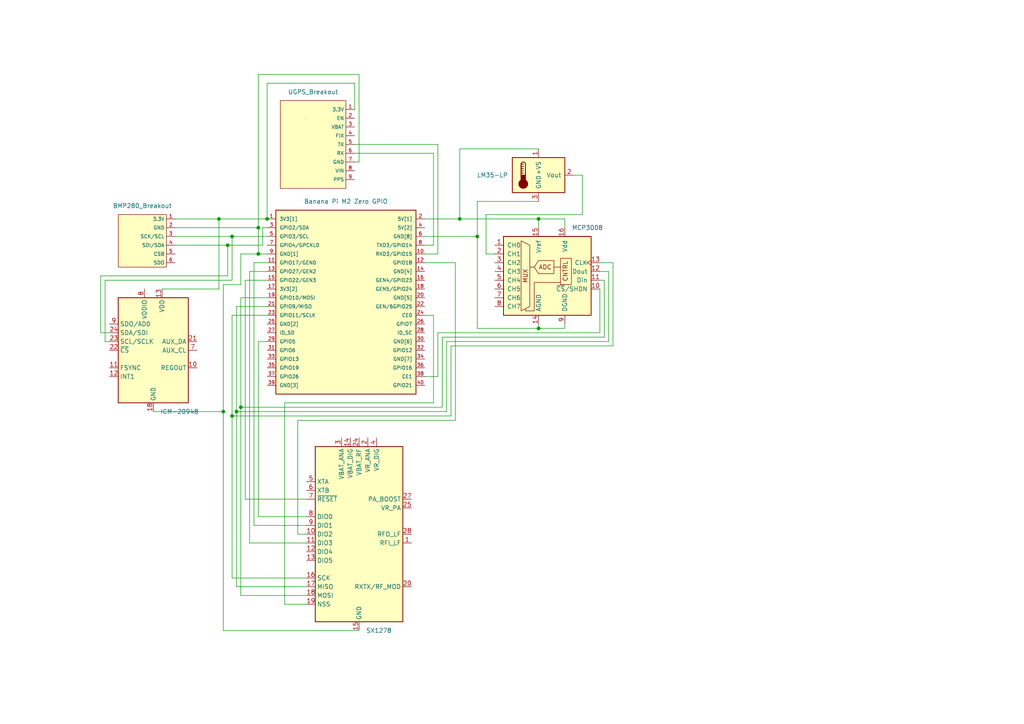
<source format=kicad_sch>
(kicad_sch (version 20211123) (generator eeschema)
  (paper "A4")
  (title_block (title "CanSat Can Electrical Design") (date "2023-02-05") (rev "0.1") (company "LifeSkills CanSat Team"))
  (lib_symbols
    (symbol "ADA3708:ADA3708" (pin_names (offset 1.016))
      (property "Value" "Banana Pi M2 Zero GPIO" (at 0 27.94 0))
      (symbol "ADA3708_0_0"
        (rectangle (start -20.32 -27.94) (end 20.32 25.4) (stroke (width 0.254)) (fill (type background)))
        (pin power_in line (at -22.86 22.86 0) (length 2.54) (name "3V3[1]") (number "1"))
        (pin bidirectional line (at 22.86 12.7 180) (length 2.54) (name "RXD3/GPIO15") (number "10"))
        (pin bidirectional line (at -22.86 10.16 0) (length 2.54) (name "GPIO17/GEN0") (number "11"))
        (pin bidirectional line (at 22.86 10.16 180) (length 2.54) (name "GPIO18") (number "12"))
        (pin bidirectional line (at -22.86 7.62 0) (length 2.54) (name "GPIO27/GEN2") (number "13"))
        (pin power_in line (at 22.86 7.62 180) (length 2.54) (name "GND[4]") (number "14"))
        (pin bidirectional line (at -22.86 5.08 0) (length 2.54) (name "GPIO22/GEN3") (number "15"))
        (pin bidirectional line (at 22.86 5.08 180) (length 2.54) (name "GEN4/GPIO23") (number "16"))
        (pin power_in line (at -22.86 2.54 0) (length 2.54) (name "3V3[2]") (number "17"))
        (pin bidirectional line (at 22.86 2.54 180) (length 2.54) (name "GEN5/GPIO24") (number "18"))
        (pin bidirectional line (at -22.86 0 0) (length 2.54) (name "GPIO10/MOSI") (number "19"))
        (pin power_in line (at 22.86 22.86 180) (length 2.54) (name "5V[1]") (number "2"))
        (pin power_in line (at 22.86 0 180) (length 2.54) (name "GND[5]") (number "20"))
        (pin bidirectional line (at -22.86 -2.54 0) (length 2.54) (name "GPIO9/MISO") (number "21"))
        (pin bidirectional line (at 22.86 -2.54 180) (length 2.54) (name "GEN/6GPIO25") (number "22"))
        (pin bidirectional line (at -22.86 -5.08 0) (length 2.54) (name "GPIO11/SCLK") (number "23"))
        (pin bidirectional line (at 22.86 -5.08 180) (length 2.54) (name "CE0") (number "24"))
        (pin power_in line (at -22.86 -7.62 0) (length 2.54) (name "GND[2]") (number "25"))
        (pin bidirectional line (at 22.86 -7.62 180) (length 2.54) (name "GPIO7") (number "26"))
        (pin bidirectional line (at -22.86 -10.16 0) (length 2.54) (name "ID_SD") (number "27"))
        (pin bidirectional line (at 22.86 -10.16 180) (length 2.54) (name "ID_SC") (number "28"))
        (pin bidirectional line (at -22.86 -12.7 0) (length 2.54) (name "GPIO5") (number "29"))
        (pin bidirectional line (at -22.86 20.32 0) (length 2.54) (name "GPIO2/SDA") (number "3"))
        (pin power_in line (at 22.86 -12.7 180) (length 2.54) (name "GND[6]") (number "30"))
        (pin bidirectional line (at -22.86 -15.24 0) (length 2.54) (name "GPIO6") (number "31"))
        (pin bidirectional line (at 22.86 -15.24 180) (length 2.54) (name "GPIO12") (number "32"))
        (pin bidirectional line (at -22.86 -17.78 0) (length 2.54) (name "GPIO13") (number "33"))
        (pin power_in line (at 22.86 -17.78 180) (length 2.54) (name "GND[7]") (number "34"))
        (pin bidirectional line (at -22.86 -20.32 0) (length 2.54) (name "GPIO19") (number "35"))
        (pin bidirectional line (at 22.86 -20.32 180) (length 2.54) (name "GPIO16") (number "36"))
        (pin bidirectional line (at -22.86 -22.86 0) (length 2.54) (name "GPIO26") (number "37"))
        (pin bidirectional line (at 22.86 -22.86 180) (length 2.54) (name "CE1") (number "38"))
        (pin power_in line (at -22.86 -25.4 0) (length 2.54) (name "GND[3]") (number "39"))
        (pin power_in line (at 22.86 20.32 180) (length 2.54) (name "5V[2]") (number "4"))
        (pin bidirectional line (at 22.86 -25.4 180) (length 2.54) (name "GPIO21") (number "40"))
        (pin bidirectional line (at -22.86 17.78 0) (length 2.54) (name "GPIO3/SCL") (number "5"))
        (pin power_in line (at 22.86 17.78 180) (length 2.54) (name "GND[8]") (number "6"))
        (pin bidirectional line (at -22.86 15.24 0) (length 2.54) (name "GPIO4/GPCKL0") (number "7"))
        (pin bidirectional line (at 22.86 15.24 180) (length 2.54) (name "TXD3/GPIO14") (number "8"))
        (pin power_in line (at -22.86 12.7 0) (length 2.54) (name "GND[1]") (number "9"))
      )
    )
    (symbol "ADA3708:BMP280_Breakout"
      (property "Reference" "U" (at 0 2.54 0))
      (property "Value" "BMP280_Breakout" (at 0 2.54 0))
      (symbol "BMP280_Breakout_0_0"
        (pin input line (at 10.16 -2.54 180) (length 2.54) (name "3.3V") (number "1"))
        (pin bidirectional line (at 10.16 -5.08 180) (length 2.54) (name "GND") (number "2"))
        (pin bidirectional line (at 10.16 -7.62 180) (length 2.54) (name "SCK/SCL") (number "3"))
        (pin bidirectional line (at 10.16 -10.16 180) (length 2.54) (name "SDI/SDA") (number "4"))
        (pin bidirectional line (at 10.16 -12.7 180) (length 2.54) (name "CSB") (number "5"))
        (pin bidirectional line (at 10.16 -15.24 180) (length 2.54) (name "SDO") (number "6"))
      )
      (symbol "BMP280_Breakout_0_1"
        (rectangle (start -6.35 -1.27) (end 7.62 -16.51) (fill (type background)))
      )
    )
    (symbol "ADA3708:UGPS_Breakout"
      (property "Reference" "U" (at 0 5.08 0))
      (property "Value" "UGPS_Breakout" (at 0 2.54 0))
      (symbol "UGPS_Breakout_0_0"
        (pin output line (at 12.7 -2.54 180) (length 2.54) (name "3.3V") (number "1"))
        (pin input line (at 12.7 -5.08 180) (length 2.54) (name "EN") (number "2"))
        (pin input line (at 12.7 -7.62 180) (length 2.54) (name "VBAT") (number "3"))
        (pin output line (at 12.7 -10.16 180) (length 2.54) (name "FIX") (number "4"))
        (pin output line (at 12.7 -12.7 180) (length 2.54) (name "TX") (number "5"))
        (pin input line (at 12.7 -15.24 180) (length 2.54) (name "RX") (number "6"))
        (pin bidirectional line (at 12.7 -17.78 180) (length 2.54) (name "GND") (number "7"))
        (pin input line (at 12.7 -20.32 180) (length 2.54) (name "VIN") (number "8"))
        (pin output line (at 12.7 -22.86 180) (length 2.54) (name "PPS") (number "9"))
      )
      (symbol "UGPS_Breakout_0_1"
        (rectangle (start -8.89 0) (end 10.16 -25.4) (fill (type background)))
        (rectangle (start -1.27 -5.08) (end -1.27 -5.08))
      )
    )
    (symbol "Analog_ADC:MCP3008" (pin_names (offset 1.016))
      (property "Reference" "U" (at -5.08 13.335 0))
      (property "Value" "MCP3008" (at -5.08 11.43 0))
      (symbol "MCP3008_0_0"
        (text "ADC" (at -0.635 1.27 0) (effects (font (size 1.27 1.27))))
        (text "CNTRL" (at 5.969 -2.921 900) (effects (font (size 1.27 1.27)) (justify left bottom)))
        (text "MUX" (at -6.35 -1.27 900) (effects (font (size 1.27 1.27))))
      )
      (symbol "MCP3008_0_1"
        (polyline (pts (xy -3.81 1.27) (xy -5.08 1.27)))
        (polyline (pts (xy 1.905 1.27) (xy 3.81 1.27)))
        (polyline (pts (xy -7.62 8.89) (xy -7.62 -11.43) (xy -5.08 -10.16) (xy -5.08 7.62) (xy -7.62 8.89)))
        (polyline (pts (xy 3.81 -3.175) (xy -3.81 -3.175) (xy -3.81 -11.43) (xy -6.35 -11.43) (xy -6.35 -10.795)))
        (polyline (pts (xy 1.905 3.175) (xy 1.905 -0.635) (xy -2.54 -0.635) (xy -3.81 1.27) (xy -2.54 3.175) (xy 1.905 3.175)))
        (rectangle (start 3.81 -3.81) (end 6.985 3.81))
        (rectangle (start 12.7 -12.7) (end -12.7 10.16) (stroke (width 0.254)) (fill (type background)))
      )
      (symbol "MCP3008_1_1"
        (pin input line (at -15.24 7.62 0) (length 2.54) (name "CH0") (number "1"))
        (pin input line (at 15.24 -5.08 180) (length 2.54) (name "~{CS}/SHDN") (number "10"))
        (pin input line (at 15.24 -2.54 180) (length 2.54) (name "Din") (number "11"))
        (pin output line (at 15.24 0 180) (length 2.54) (name "Dout") (number "12"))
        (pin input clock (at 15.24 2.54 180) (length 2.54) (name "CLK") (number "13"))
        (pin power_in line (at -2.54 -15.24 90) (length 2.54) (name "AGND") (number "14"))
        (pin power_in line (at -2.54 12.7 270) (length 2.54) (name "Vref") (number "15"))
        (pin power_in line (at 5.08 12.7 270) (length 2.54) (name "Vdd") (number "16"))
        (pin input line (at -15.24 5.08 0) (length 2.54) (name "CH1") (number "2"))
        (pin input line (at -15.24 2.54 0) (length 2.54) (name "CH2") (number "3"))
        (pin input line (at -15.24 0 0) (length 2.54) (name "CH3") (number "4"))
        (pin input line (at -15.24 -2.54 0) (length 2.54) (name "CH4") (number "5"))
        (pin input line (at -15.24 -5.08 0) (length 2.54) (name "CH5") (number "6"))
        (pin input line (at -15.24 -7.62 0) (length 2.54) (name "CH6") (number "7"))
        (pin input line (at -15.24 -10.16 0) (length 2.54) (name "CH7") (number "8"))
        (pin power_in line (at 5.08 -15.24 90) (length 2.54) (name "DGND") (number "9"))
      )
    )
    (symbol "RF:SX1278"
      (property "Reference" "U" (at 13.97 24.13 0))
      (property "Value" "SX1278" (at 13.97 21.59 0))
      (symbol "SX1278_0_1"
        (rectangle (start -12.7 25.4) (end 12.7 -25.4) (stroke (width 0.254)) (fill (type background)))
      )
      (symbol "SX1278_1_1"
        (pin input line (at 15.24 -2.54 180) (length 2.54) (name "RFI_LF") (number "1"))
        (pin bidirectional line (at -15.24 0 0) (length 2.54) (name "DIO2") (number "10"))
        (pin bidirectional line (at -15.24 -2.54 0) (length 2.54) (name "DIO3") (number "11"))
        (pin bidirectional line (at -15.24 -5.08 0) (length 2.54) (name "DIO4") (number "12"))
        (pin bidirectional line (at -15.24 -7.62 0) (length 2.54) (name "DIO5") (number "13"))
        (pin power_in line (at -2.54 27.94 270) (length 2.54) (name "VBAT_DIG") (number "14"))
        (pin power_in line (at 0 -27.94 90) (length 2.54) (name "GND") (number "15"))
        (pin input line (at -15.24 -12.7 0) (length 2.54) (name "SCK") (number "16"))
        (pin output line (at -15.24 -15.24 0) (length 2.54) (name "MISO") (number "17"))
        (pin input line (at -15.24 -17.78 0) (length 2.54) (name "MOSI") (number "18"))
        (pin input line (at -15.24 -20.32 0) (length 2.54) (name "NSS") (number "19"))
        (pin power_in line (at 2.54 27.94 270) (length 2.54) (name "VR_ANA") (number "2"))
        (pin output line (at 15.24 -15.24 180) (length 2.54) (name "RXTX/RF_MOD") (number "20"))
        (pin passive line (at 0 -27.94 90) (length 2.54) hide (name "GND") (number "21"))
        (pin passive line (at 0 -27.94 90) (length 2.54) hide (name "GND") (number "22"))
        (pin passive line (at 0 -27.94 90) (length 2.54) hide (name "GND") (number "23"))
        (pin power_in line (at 0 27.94 270) (length 2.54) (name "VBAT_RF") (number "24"))
        (pin power_out line (at 15.24 7.62 180) (length 2.54) (name "VR_PA") (number "25"))
        (pin passive line (at 0 -27.94 90) (length 2.54) hide (name "GND") (number "26"))
        (pin power_out line (at 15.24 10.16 180) (length 2.54) (name "PA_BOOST") (number "27"))
        (pin output line (at 15.24 0 180) (length 2.54) (name "RFO_LF") (number "28"))
        (pin passive line (at 0 -27.94 90) (length 2.54) hide (name "GND") (number "29"))
        (pin power_in line (at -5.08 27.94 270) (length 2.54) (name "VBAT_ANA") (number "3"))
        (pin power_in line (at 5.08 27.94 270) (length 2.54) (name "VR_DIG") (number "4"))
        (pin bidirectional line (at -15.24 15.24 0) (length 2.54) (name "XTA") (number "5"))
        (pin bidirectional line (at -15.24 12.7 0) (length 2.54) (name "XTB") (number "6"))
        (pin input line (at -15.24 10.16 0) (length 2.54) (name "~{RESET}") (number "7"))
        (pin bidirectional line (at -15.24 5.08 0) (length 2.54) (name "DIO0") (number "8"))
        (pin bidirectional line (at -15.24 2.54 0) (length 2.54) (name "DIO1") (number "9"))
      )
    )
    (symbol "Sensor_Motion:ICM-20948"
      (property "Reference" "U" (at -11.43 16.51 0))
      (property "Value" "ICM-20948" (at 7.62 -16.51 0))
      (symbol "ICM-20948_0_1"
        (rectangle (start -10.16 15.24) (end 10.16 -15.24) (stroke (width 0.254)) (fill (type background)))
      )
      (symbol "ICM-20948_1_1"
        (pin no_connect line (at -10.16 12.7 0) (length 2.54) hide (name "NC") (number "1"))
        (pin passive line (at 12.7 -5.08 180) (length 2.54) (name "REGOUT") (number "10"))
        (pin input line (at -12.7 -5.08 0) (length 2.54) (name "FSYNC") (number "11"))
        (pin output line (at -12.7 -7.62 0) (length 2.54) (name "INT1") (number "12"))
        (pin power_in line (at 2.54 17.78 270) (length 2.54) (name "VDD") (number "13"))
        (pin no_connect line (at 10.16 7.62 180) (length 2.54) hide (name "NC") (number "14"))
        (pin no_connect line (at 10.16 5.08 180) (length 2.54) hide (name "NC") (number "15"))
        (pin no_connect line (at 10.16 -7.62 180) (length 2.54) hide (name "NC") (number "16"))
        (pin no_connect line (at 10.16 -10.16 180) (length 2.54) hide (name "NC") (number "17"))
        (pin power_in line (at 0 -17.78 90) (length 2.54) (name "GND") (number "18"))
        (pin no_connect line (at 10.16 -12.7 180) (length 2.54) hide (name "RESV") (number "19"))
        (pin no_connect line (at -10.16 10.16 0) (length 2.54) hide (name "NC") (number "2"))
        (pin passive line (at 0 -17.78 90) (length 2.54) hide (name "GND") (number "20"))
        (pin bidirectional line (at 12.7 2.54 180) (length 2.54) (name "AUX_DA") (number "21"))
        (pin input line (at -12.7 0 0) (length 2.54) (name "~{CS}") (number "22"))
        (pin input line (at -12.7 2.54 0) (length 2.54) (name "SCL/SCLK") (number "23"))
        (pin bidirectional line (at -12.7 5.08 0) (length 2.54) (name "SDA/SDI") (number "24"))
        (pin no_connect line (at -10.16 -2.54 0) (length 2.54) hide (name "NC") (number "3"))
        (pin no_connect line (at -10.16 -10.16 0) (length 2.54) hide (name "NC") (number "4"))
        (pin no_connect line (at -10.16 -12.7 0) (length 2.54) hide (name "NC") (number "5"))
        (pin no_connect line (at 10.16 10.16 180) (length 2.54) hide (name "NC") (number "6"))
        (pin output line (at 12.7 0 180) (length 2.54) (name "AUX_CL") (number "7"))
        (pin power_in line (at -2.54 17.78 270) (length 2.54) (name "VDDIO") (number "8"))
        (pin bidirectional line (at -12.7 7.62 0) (length 2.54) (name "SDO/AD0") (number "9"))
      )
    )
    (symbol "Sensor_Temperature:LM35-LP" (pin_names (offset 1.016))
      (property "Reference" "U" (at -6.35 6.35 0))
      (property "Value" "LM35-LP" (at 1.27 6.35 0))
      (symbol "LM35-LP_0_1"
        (rectangle (start -7.62 5.08) (end 7.62 -5.08) (stroke (width 0.254)) (fill (type background)))
        (circle (center -4.445 -2.54) (radius 1.27) (stroke (width 0.254)) (fill (type outline)))
        (rectangle (start -3.81 -1.905) (end -5.08 0) (stroke (width 0.254)) (fill (type outline)))
        (arc (start -3.81 3.175) (mid -4.445 3.81) (end -5.08 3.175) (stroke (width 0.254)))
        (polyline (pts (xy -5.08 0.635) (xy -4.445 0.635)) (stroke (width 0.254)))
        (polyline (pts (xy -5.08 1.27) (xy -4.445 1.27)) (stroke (width 0.254)))
        (polyline (pts (xy -5.08 1.905) (xy -4.445 1.905)) (stroke (width 0.254)))
        (polyline (pts (xy -5.08 2.54) (xy -4.445 2.54)) (stroke (width 0.254)))
        (polyline (pts (xy -5.08 3.175) (xy -5.08 0)) (stroke (width 0.254)))
        (polyline (pts (xy -5.08 3.175) (xy -4.445 3.175)) (stroke (width 0.254)))
        (polyline (pts (xy -3.81 3.175) (xy -3.81 0)) (stroke (width 0.254)))
      )
      (symbol "LM35-LP_1_1"
        (pin power_in line (at 0 7.62 270) (length 2.54) (name "+VS") (number "1"))
        (pin output line (at 10.16 0 180) (length 2.54) (name "Vout") (number "2"))
        (pin power_in line (at 0 -7.62 90) (length 2.54) (name "GND") (number "3"))
      )
    )
  )
  (junction (at 66.04 71.12))
  (junction (at 74.93 66.04))
  (junction (at 77.47 63.5))
  (junction (at 133.35 63.5))
  (junction (at 138.43 68.58))
  (junction (at 68.58 119.38))
  (junction (at 156.21 63.5))
  (junction (at 63.5 63.5))
  (junction (at 67.31 120.65))
  (junction (at 67.31 68.58))
  (junction (at 64.77 119.38))
  (junction (at 69.85 118.11))
  (junction (at 156.21 95.25))
  (junction (at 74.93 73.66))
  (wire (pts (xy 128.27 97.79) (xy 128.27 118.11)))
  (wire (pts (xy 125.73 44.45) (xy 125.73 71.12)))
  (wire (pts (xy 156.21 63.5) (xy 163.83 63.5)))
  (wire (pts (xy 173.99 76.2) (xy 177.8 76.2)))
  (wire (pts (xy 129.54 119.38) (xy 68.58 119.38)))
  (wire (pts (xy 133.35 63.5) (xy 156.21 63.5)))
  (wire (pts (xy 156.21 95.25) (xy 163.83 95.25)))
  (wire (pts (xy 127 73.66) (xy 123.19 73.66)))
  (wire (pts (xy 102.87 41.91) (xy 127 41.91)))
  (wire (pts (xy 156.21 58.42) (xy 138.43 58.42)))
  (wire (pts (xy 67.31 68.58) (xy 77.47 68.58)))
  (wire (pts (xy 66.04 71.12) (xy 76.2 71.12)))
  (wire (pts (xy 50.8 71.12) (xy 66.04 71.12)))
  (wire (pts (xy 132.08 76.2) (xy 123.19 76.2)))
  (wire (pts (xy 67.31 91.44) (xy 77.47 91.44)))
  (wire (pts (xy 123.19 63.5) (xy 133.35 63.5)))
  (wire (pts (xy 175.26 81.28) (xy 175.26 97.79)))
  (wire (pts (xy 173.99 96.52) (xy 173.99 83.82)))
  (wire (pts (xy 73.66 152.4) (xy 73.66 76.2)))
  (wire (pts (xy 130.81 120.65) (xy 67.31 120.65)))
  (wire (pts (xy 127 96.52) (xy 173.99 96.52)))
  (wire (pts (xy 168.91 62.23) (xy 140.97 62.23)))
  (wire (pts (xy 69.85 82.55) (xy 69.85 73.66)))
  (wire (pts (xy 175.26 97.79) (xy 128.27 97.79)))
  (wire (pts (xy 176.53 78.74) (xy 176.53 99.06)))
  (wire (pts (xy 88.9 149.86) (xy 74.93 149.86)))
  (wire (pts (xy 140.97 73.66) (xy 143.51 73.66)))
  (wire (pts (xy 140.97 62.23) (xy 140.97 73.66)))
  (wire (pts (xy 29.21 96.52) (xy 29.21 80.01)))
  (wire (pts (xy 76.2 71.12) (xy 76.2 66.04)))
  (wire (pts (xy 67.31 120.65) (xy 67.31 91.44)))
  (wire (pts (xy 130.81 100.33) (xy 130.81 120.65)))
  (wire (pts (xy 127 41.91) (xy 127 73.66)))
  (wire (pts (xy 69.85 118.11) (xy 69.85 172.72)))
  (wire (pts (xy 125.73 71.12) (xy 123.19 71.12)))
  (wire (pts (xy 71.12 144.78) (xy 71.12 81.28)))
  (wire (pts (xy 176.53 99.06) (xy 129.54 99.06)))
  (wire (pts (xy 173.99 78.74) (xy 176.53 78.74)))
  (wire (pts (xy 163.83 93.98) (xy 163.83 95.25)))
  (wire (pts (xy 123.19 68.58) (xy 138.43 68.58)))
  (wire (pts (xy 88.9 175.26) (xy 82.55 175.26)))
  (wire (pts (xy 88.9 154.94) (xy 86.36 154.94)))
  (wire (pts (xy 133.35 43.18) (xy 133.35 63.5)))
  (wire (pts (xy 63.5 63.5) (xy 63.5 83.82)))
  (wire (pts (xy 132.08 121.92) (xy 132.08 76.2)))
  (wire (pts (xy 86.36 121.92) (xy 132.08 121.92)))
  (wire (pts (xy 128.27 118.11) (xy 69.85 118.11)))
  (wire (pts (xy 46.99 83.82) (xy 63.5 83.82)))
  (wire (pts (xy 104.14 182.88) (xy 64.77 182.88)))
  (wire (pts (xy 138.43 58.42) (xy 138.43 68.58)))
  (wire (pts (xy 74.93 21.59) (xy 104.14 21.59)))
  (wire (pts (xy 127 109.22) (xy 127 96.52)))
  (wire (pts (xy 102.87 44.45) (xy 125.73 44.45)))
  (wire (pts (xy 123.19 91.44) (xy 125.73 91.44)))
  (wire (pts (xy 72.39 78.74) (xy 77.47 78.74)))
  (wire (pts (xy 129.54 99.06) (xy 129.54 119.38)))
  (wire (pts (xy 156.21 63.5) (xy 156.21 66.04)))
  (wire (pts (xy 166.37 50.8) (xy 168.91 50.8)))
  (wire (pts (xy 74.93 66.04) (xy 74.93 21.59)))
  (wire (pts (xy 69.85 172.72) (xy 88.9 172.72)))
  (wire (pts (xy 104.14 46.99) (xy 102.87 46.99)))
  (wire (pts (xy 88.9 152.4) (xy 73.66 152.4)))
  (wire (pts (xy 74.93 73.66) (xy 74.93 66.04)))
  (wire (pts (xy 31.75 99.06) (xy 30.48 99.06)))
  (wire (pts (xy 88.9 170.18) (xy 68.58 170.18)))
  (wire (pts (xy 104.14 21.59) (xy 104.14 46.99)))
  (wire (pts (xy 67.31 81.28) (xy 67.31 68.58)))
  (wire (pts (xy 156.21 95.25) (xy 156.21 93.98)))
  (wire (pts (xy 69.85 86.36) (xy 77.47 86.36)))
  (wire (pts (xy 82.55 175.26) (xy 82.55 116.84)))
  (wire (pts (xy 77.47 24.13) (xy 77.47 63.5)))
  (wire (pts (xy 88.9 144.78) (xy 71.12 144.78)))
  (wire (pts (xy 102.87 24.13) (xy 77.47 24.13)))
  (wire (pts (xy 163.83 63.5) (xy 163.83 66.04)))
  (wire (pts (xy 74.93 149.86) (xy 74.93 99.06)))
  (wire (pts (xy 68.58 119.38) (xy 68.58 88.9)))
  (wire (pts (xy 88.9 157.48) (xy 72.39 157.48)))
  (wire (pts (xy 67.31 120.65) (xy 67.31 167.64)))
  (wire (pts (xy 31.75 96.52) (xy 29.21 96.52)))
  (wire (pts (xy 177.8 100.33) (xy 130.81 100.33)))
  (wire (pts (xy 30.48 99.06) (xy 30.48 81.28)))
  (wire (pts (xy 102.87 24.13) (xy 102.87 31.75)))
  (wire (pts (xy 64.77 182.88) (xy 64.77 119.38)))
  (wire (pts (xy 68.58 119.38) (xy 68.58 170.18)))
  (wire (pts (xy 67.31 167.64) (xy 88.9 167.64)))
  (wire (pts (xy 123.19 109.22) (xy 127 109.22)))
  (wire (pts (xy 168.91 50.8) (xy 168.91 62.23)))
  (wire (pts (xy 44.45 119.38) (xy 64.77 119.38)))
  (wire (pts (xy 50.8 63.5) (xy 63.5 63.5)))
  (wire (pts (xy 30.48 81.28) (xy 67.31 81.28)))
  (wire (pts (xy 73.66 76.2) (xy 77.47 76.2)))
  (wire (pts (xy 82.55 116.84) (xy 125.73 116.84)))
  (wire (pts (xy 138.43 95.25) (xy 156.21 95.25)))
  (wire (pts (xy 69.85 73.66) (xy 74.93 73.66)))
  (wire (pts (xy 64.77 119.38) (xy 64.77 82.55)))
  (wire (pts (xy 74.93 99.06) (xy 77.47 99.06)))
  (wire (pts (xy 86.36 154.94) (xy 86.36 121.92)))
  (wire (pts (xy 177.8 76.2) (xy 177.8 100.33)))
  (wire (pts (xy 173.99 81.28) (xy 175.26 81.28)))
  (wire (pts (xy 156.21 43.18) (xy 133.35 43.18)))
  (wire (pts (xy 71.12 81.28) (xy 77.47 81.28)))
  (wire (pts (xy 29.21 80.01) (xy 66.04 80.01)))
  (wire (pts (xy 138.43 68.58) (xy 138.43 95.25)))
  (wire (pts (xy 50.8 68.58) (xy 67.31 68.58)))
  (wire (pts (xy 76.2 66.04) (xy 77.47 66.04)))
  (wire (pts (xy 64.77 82.55) (xy 69.85 82.55)))
  (wire (pts (xy 69.85 118.11) (xy 69.85 86.36)))
  (wire (pts (xy 66.04 80.01) (xy 66.04 71.12)))
  (wire (pts (xy 63.5 63.5) (xy 77.47 63.5)))
  (wire (pts (xy 72.39 157.48) (xy 72.39 78.74)))
  (wire (pts (xy 125.73 116.84) (xy 125.73 91.44)))
  (wire (pts (xy 50.8 66.04) (xy 74.93 66.04)))
  (wire (pts (xy 68.58 88.9) (xy 77.47 88.9)))
  (wire (pts (xy 77.47 73.66) (xy 74.93 73.66)))
  (symbol (lib_id "ADA3708:BMP280_Breakout") (at 40.64 60.96 0) (unit 1)
    (property "Reference" "U?" (effects hide))
    (property "Value" "BMP280_Breakout" (at 41.275 59.69 0))
  )
  (symbol (lib_id "ADA3708:ADA3708") (at 100.33 86.36 0) (unit 1)
    (property "Reference" "A?" (effects hide))
    (property "Value" "Banana Pi M2 Zero GPIO" (at 100.33 58.42 0))
    (property "Footprint" "ADA3708_RPI-ZERO" (effects hide))
    (property "STANDARD" "MAnufactutrer Recommendations" (effects hide))
    (property "MANUFACTURER" "Raspberry" (effects hide))
  )
  (symbol (lib_id "RF:SX1278") (at 104.14 154.94 0) (unit 1)
    (property "Reference" "U?" (effects hide))
    (property "Value" "SX1278" (at 106.1594 182.88 0) (effects (justify left)))
    (property "Footprint" "Package_DFN_QFN:QFN-28-1EP_6x6mm_P0.65mm_EP4.8x4.8mm" (effects hide))
    (property "Datasheet" "https://semtech.my.salesforce.com/sfc/p/#E0000000JelG/a/2R0000001Rbr/6EfVZUorrpoKFfvaF_Fkpgp5kzjiNyiAbqcpqh9qSjE" (effects hide))
  )
  (symbol (lib_id "Sensor_Temperature:LM35-LP") (at 156.21 50.8 0) (unit 1)
    (property "Reference" "U?" (effects hide))
    (property "Value" "LM35-LP" (at 147.32 50.7999 0) (effects (justify right)))
    (property "Datasheet" "http://www.ti.com/lit/ds/symlink/lm35.pdf" (effects hide))
  )
  (symbol (lib_id "ADA3708:UGPS_Breakout") (at 90.17 29.21 0) (unit 1)
    (property "Reference" "U?" (effects hide))
    (property "Value" "UGPS_Breakout" (at 90.805 26.67 0))
  )
  (symbol (lib_id "Analog_ADC:MCP3008") (at 158.75 78.74 0) (unit 1)
    (property "Reference" "U?" (effects hide))
    (property "Value" "MCP3008" (at 165.8494 66.04 0) (effects (justify left)))
    (property "Datasheet" "http://ww1.microchip.com/downloads/en/DeviceDoc/21295d.pdf" (effects hide))
  )
  (symbol (lib_id "Sensor_Motion:ICM-20948") (at 44.45 101.6 0) (unit 1)
    (property "Reference" "U?" (effects hide))
    (property "Value" "ICM-20948" (at 46.4694 119.38 0) (effects (justify left)))
    (property "Footprint" "Sensor_Motion:InvenSense_QFN-24_3x3mm_P0.4mm" (effects hide))
    (property "Datasheet" "http://www.invensense.com/wp-content/uploads/2016/06/DS-000189-ICM-20948-v1.3.pdf" (effects hide))
  )
)
</source>
